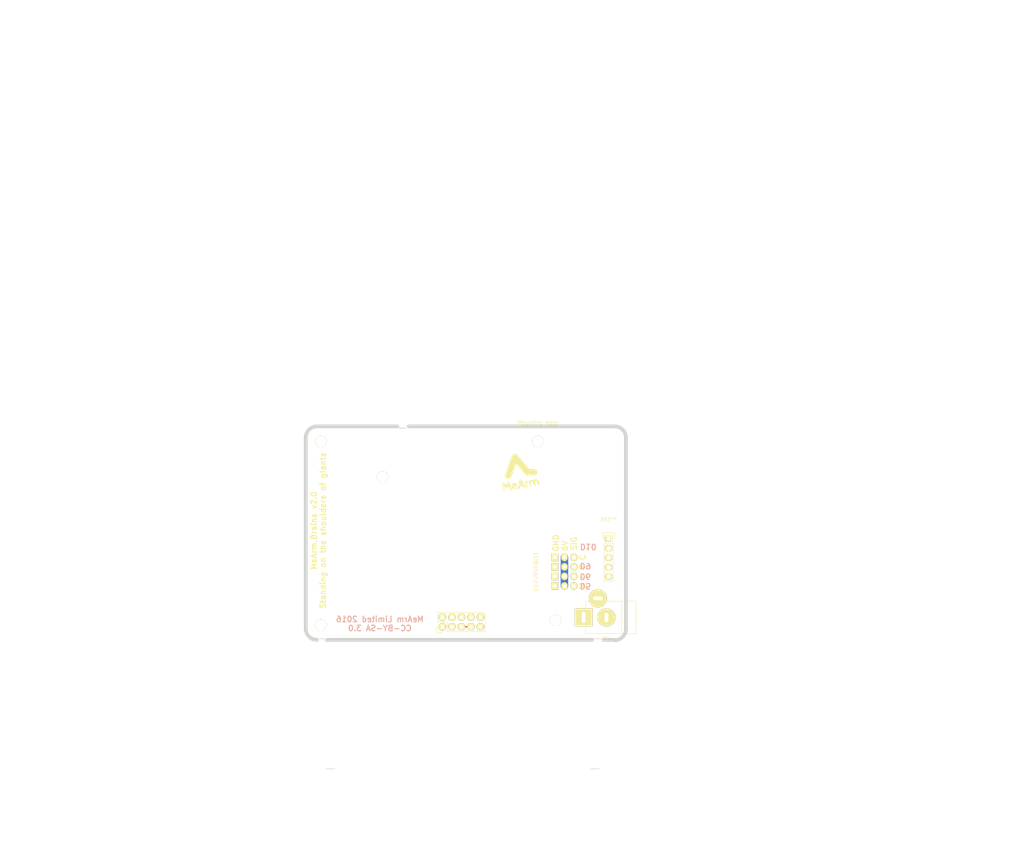
<source format=kicad_pcb>
(kicad_pcb (version 4) (host pcbnew "(2015-01-16 BZR 5376)-product")

  (general
    (links 12)
    (no_connects 8)
    (area 11.500001 -41.798043 285.160877 185.700001)
    (thickness 1.6)
    (drawings 58)
    (tracks 11)
    (zones 0)
    (modules 38)
    (nets 14)
  )

  (page A4)
  (layers
    (0 F.Cu signal)
    (1 In1.Cu signal)
    (2 In2.Cu signal)
    (31 B.Cu signal)
    (32 B.Adhes user)
    (33 F.Adhes user)
    (34 B.Paste user)
    (35 F.Paste user)
    (36 B.SilkS user)
    (37 F.SilkS user)
    (38 B.Mask user)
    (39 F.Mask user)
    (40 Dwgs.User user)
    (41 Cmts.User user)
    (42 Eco1.User user)
    (43 Eco2.User user)
    (44 Edge.Cuts user)
    (45 Margin user)
    (46 B.CrtYd user)
    (47 F.CrtYd user)
    (48 B.Fab user)
    (49 F.Fab user)
  )

  (setup
    (last_trace_width 0.254)
    (user_trace_width 0.1524)
    (user_trace_width 1.1)
    (user_trace_width 2)
    (user_trace_width 2)
    (user_trace_width 2)
    (user_trace_width 2)
    (trace_clearance 0.254)
    (zone_clearance 0.508)
    (zone_45_only no)
    (trace_min 0.1524)
    (segment_width 0.2)
    (edge_width 1)
    (via_size 0.889)
    (via_drill 0.635)
    (via_min_size 0.889)
    (via_min_drill 0.508)
    (uvia_size 0.508)
    (uvia_drill 0.127)
    (uvias_allowed no)
    (uvia_min_size 0.508)
    (uvia_min_drill 0.127)
    (pcb_text_width 0.3)
    (pcb_text_size 1.5 1.5)
    (mod_edge_width 0.15)
    (mod_text_size 1 1)
    (mod_text_width 0.15)
    (pad_size 2 2)
    (pad_drill 1.016)
    (pad_to_mask_clearance 0)
    (aux_axis_origin 0 0)
    (visible_elements 7FFFFFFF)
    (pcbplotparams
      (layerselection 0x010f0_80000001)
      (usegerberextensions true)
      (excludeedgelayer true)
      (linewidth 0.100000)
      (plotframeref false)
      (viasonmask false)
      (mode 1)
      (useauxorigin false)
      (hpglpennumber 1)
      (hpglpenspeed 20)
      (hpglpendiameter 15)
      (hpglpenoverlay 2)
      (psnegative false)
      (psa4output false)
      (plotreference false)
      (plotvalue false)
      (plotinvisibletext false)
      (padsonsilk false)
      (subtractmaskfromsilk true)
      (outputformat 1)
      (mirror false)
      (drillshape 0)
      (scaleselection 1)
      (outputdirectory TwoSnap))
  )

  (net 0 "")
  (net 1 GND)
  (net 2 +6V)
  (net 3 I2C_SDA)
  (net 4 I2C_SCLK)
  (net 5 RIGHT)
  (net 6 LEFT)
  (net 7 WAIST)
  (net 8 CLAW)
  (net 9 A0)
  (net 10 A1)
  (net 11 A2)
  (net 12 A3)
  (net 13 5V)

  (net_class Default "This is the default net class."
    (clearance 0.254)
    (trace_width 0.254)
    (via_dia 0.889)
    (via_drill 0.635)
    (uvia_dia 0.508)
    (uvia_drill 0.127)
    (add_net +6V)
    (add_net 5V)
    (add_net A0)
    (add_net A1)
    (add_net A2)
    (add_net A3)
    (add_net CLAW)
    (add_net GND)
    (add_net I2C_SCLK)
    (add_net I2C_SDA)
    (add_net LEFT)
    (add_net RIGHT)
    (add_net WAIST)
  )

  (module Brains:Mounting_Hole (layer F.Cu) (tedit 56FCF941) (tstamp 575ED777)
    (at 114 85.5)
    (fp_text reference "" (at 0 -5) (layer F.SilkS)
      (effects (font (size 1 1) (thickness 0.15)))
    )
    (fp_text value "" (at 4.5 0) (layer F.SilkS)
      (effects (font (size 1 1) (thickness 0.15)))
    )
    (pad "" thru_hole circle (at 0 0) (size 3 3) (drill 3) (layers *.Cu *.Mask F.SilkS))
  )

  (module Pin_Headers:Pin_Header_Straight_1x03 (layer F.Cu) (tedit 56FBF827) (tstamp 55115DB5)
    (at 160.046 106.965 90)
    (descr "Through hole pin header")
    (tags "pin header")
    (path /550C0186)
    (fp_text reference U11 (at 0 -5.1 90) (layer F.SilkS)
      (effects (font (size 1 1) (thickness 0.15)))
    )
    (fp_text value Servo (at 0 -3.1 90) (layer F.Fab)
      (effects (font (size 1 1) (thickness 0.15)))
    )
    (fp_line (start -1.75 -1.75) (end -1.75 6.85) (layer F.CrtYd) (width 0.05))
    (fp_line (start 1.75 -1.75) (end 1.75 6.85) (layer F.CrtYd) (width 0.05))
    (fp_line (start -1.75 -1.75) (end 1.75 -1.75) (layer F.CrtYd) (width 0.05))
    (fp_line (start -1.75 6.85) (end 1.75 6.85) (layer F.CrtYd) (width 0.05))
    (pad 1 thru_hole rect (at 0 0 90) (size 2.032 1.7272) (drill 1.016) (layers *.Cu *.Mask F.SilkS)
      (net 1 GND))
    (pad 2 thru_hole oval (at 0 2.54 90) (size 2.032 1.7272) (drill 1.016) (layers *.Cu *.Mask F.SilkS)
      (net 2 +6V))
    (pad 3 thru_hole oval (at 0 5.08 90) (size 2.032 1.7272) (drill 1.016) (layers *.Cu *.Mask F.SilkS)
      (net 5 RIGHT))
    (model Pin_Headers.3dshapes/Pin_Header_Straight_1x03.wrl
      (at (xyz 0 -0.1 0))
      (scale (xyz 1 1 1))
      (rotate (xyz 0 0 90))
    )
  )

  (module Pin_Headers:Pin_Header_Straight_1x03 (layer F.Cu) (tedit 56FBF813) (tstamp 55115DA3)
    (at 160.046 109.505 90)
    (descr "Through hole pin header")
    (tags "pin header")
    (path /550C01D9)
    (fp_text reference U10 (at 0 -5.1 90) (layer F.SilkS)
      (effects (font (size 1 1) (thickness 0.15)))
    )
    (fp_text value Servo (at 0 -3.1 90) (layer F.Fab)
      (effects (font (size 1 1) (thickness 0.15)))
    )
    (fp_line (start -1.75 -1.75) (end -1.75 6.85) (layer F.CrtYd) (width 0.05))
    (fp_line (start 1.75 -1.75) (end 1.75 6.85) (layer F.CrtYd) (width 0.05))
    (fp_line (start -1.75 -1.75) (end 1.75 -1.75) (layer F.CrtYd) (width 0.05))
    (fp_line (start -1.75 6.85) (end 1.75 6.85) (layer F.CrtYd) (width 0.05))
    (pad 1 thru_hole rect (at 0 0 90) (size 2.032 1.7272) (drill 1.016) (layers *.Cu *.Mask F.SilkS)
      (net 1 GND))
    (pad 2 thru_hole oval (at 0 2.54 90) (size 2.032 1.7272) (drill 1.016) (layers *.Cu *.Mask F.SilkS)
      (net 2 +6V))
    (pad 3 thru_hole oval (at 0 5.08 90) (size 2.032 1.7272) (drill 1.016) (layers *.Cu *.Mask F.SilkS)
      (net 6 LEFT))
    (model Pin_Headers.3dshapes/Pin_Header_Straight_1x03.wrl
      (at (xyz 0 -0.1 0))
      (scale (xyz 1 1 1))
      (rotate (xyz 0 0 90))
    )
  )

  (module Pin_Headers:Pin_Header_Straight_1x03 (layer F.Cu) (tedit 56FBF7EF) (tstamp 56EFFC93)
    (at 160.046 112.045 90)
    (descr "Through hole pin header")
    (tags "pin header")
    (path /550C0236)
    (fp_text reference U9 (at 0 -5.1 90) (layer F.SilkS)
      (effects (font (size 1 1) (thickness 0.15)))
    )
    (fp_text value Servo (at 0 -3.1 90) (layer F.Fab)
      (effects (font (size 1 1) (thickness 0.15)))
    )
    (fp_line (start -1.75 -1.75) (end -1.75 6.85) (layer F.CrtYd) (width 0.05))
    (fp_line (start 1.75 -1.75) (end 1.75 6.85) (layer F.CrtYd) (width 0.05))
    (fp_line (start -1.75 -1.75) (end 1.75 -1.75) (layer F.CrtYd) (width 0.05))
    (fp_line (start -1.75 6.85) (end 1.75 6.85) (layer F.CrtYd) (width 0.05))
    (pad 1 thru_hole rect (at 0 0 90) (size 2.032 1.7272) (drill 1.016) (layers *.Cu *.Mask F.SilkS)
      (net 1 GND))
    (pad 2 thru_hole oval (at 0 2.54 90) (size 2.032 1.7272) (drill 1.016) (layers *.Cu *.Mask F.SilkS)
      (net 2 +6V))
    (pad 3 thru_hole oval (at 0 5.08 90) (size 2.032 1.7272) (drill 1.016) (layers *.Cu *.Mask F.SilkS)
      (net 7 WAIST))
    (model Pin_Headers.3dshapes/Pin_Header_Straight_1x03.wrl
      (at (xyz 0 -0.1 0))
      (scale (xyz 1 1 1))
      (rotate (xyz 0 0 90))
    )
  )

  (module Pin_Headers:Pin_Header_Straight_1x03 (layer F.Cu) (tedit 56FBF7CE) (tstamp 553FA077)
    (at 160.035 114.605 90)
    (descr "Through hole pin header")
    (tags "pin header")
    (path /550C0141)
    (fp_text reference U12 (at 0 -5.1 90) (layer F.SilkS)
      (effects (font (size 1 1) (thickness 0.15)))
    )
    (fp_text value Servo (at 0 -3.1 90) (layer F.Fab)
      (effects (font (size 1 1) (thickness 0.15)))
    )
    (fp_line (start -1.75 -1.75) (end -1.75 6.85) (layer F.CrtYd) (width 0.05))
    (fp_line (start 1.75 -1.75) (end 1.75 6.85) (layer F.CrtYd) (width 0.05))
    (fp_line (start -1.75 -1.75) (end 1.75 -1.75) (layer F.CrtYd) (width 0.05))
    (fp_line (start -1.75 6.85) (end 1.75 6.85) (layer F.CrtYd) (width 0.05))
    (pad 1 thru_hole rect (at 0 0 90) (size 2.032 1.7272) (drill 1.016) (layers *.Cu *.Mask F.SilkS)
      (net 1 GND))
    (pad 2 thru_hole oval (at 0 2.54 90) (size 2.032 1.7272) (drill 1.016) (layers *.Cu *.Mask F.SilkS)
      (net 2 +6V))
    (pad 3 thru_hole oval (at 0 5.08 90) (size 2.032 1.7272) (drill 1.016) (layers *.Cu *.Mask F.SilkS)
      (net 8 CLAW))
    (model Pin_Headers.3dshapes/Pin_Header_Straight_1x03.wrl
      (at (xyz 0 -0.1 0))
      (scale (xyz 1 1 1))
      (rotate (xyz 0 0 90))
    )
  )

  (module Brains:TinyDrillHole (layer F.Cu) (tedit 5579B018) (tstamp 5579B5B3)
    (at 98.933 128.651)
    (fp_text reference "" (at 0 0) (layer F.SilkS)
      (effects (font (size 1 1) (thickness 0.15)))
    )
    (fp_text value "" (at 0 0 90) (layer F.SilkS)
      (effects (font (size 1 1) (thickness 0.15)))
    )
    (pad 2 thru_hole circle (at 0 0) (size 0.3 0.3) (drill 0.3) (layers *.Cu *.Mask F.SilkS))
  )

  (module Brains:TinyDrillHole (layer F.Cu) (tedit 5579B018) (tstamp 5579B5AF)
    (at 98.552 128.651)
    (fp_text reference "" (at 0 0) (layer F.SilkS)
      (effects (font (size 1 1) (thickness 0.15)))
    )
    (fp_text value "" (at 0 0 90) (layer F.SilkS)
      (effects (font (size 1 1) (thickness 0.15)))
    )
    (pad 2 thru_hole circle (at 0 0) (size 0.3 0.3) (drill 0.3) (layers *.Cu *.Mask F.SilkS))
  )

  (module Brains:TinyDrillHole (layer F.Cu) (tedit 5579B018) (tstamp 5579B5AB)
    (at 98.171 128.651)
    (fp_text reference "" (at 0 0) (layer F.SilkS)
      (effects (font (size 1 1) (thickness 0.15)))
    )
    (fp_text value "" (at 0 0 90) (layer F.SilkS)
      (effects (font (size 1 1) (thickness 0.15)))
    )
    (pad 2 thru_hole circle (at 0 0) (size 0.3 0.3) (drill 0.3) (layers *.Cu *.Mask F.SilkS))
  )

  (module Brains:TinyDrillHole (layer F.Cu) (tedit 5579B018) (tstamp 5579B5A7)
    (at 97.79 128.651)
    (fp_text reference "" (at 0 0) (layer F.SilkS)
      (effects (font (size 1 1) (thickness 0.15)))
    )
    (fp_text value "" (at 0 0 90) (layer F.SilkS)
      (effects (font (size 1 1) (thickness 0.15)))
    )
    (pad 2 thru_hole circle (at 0 0) (size 0.3 0.3) (drill 0.3) (layers *.Cu *.Mask F.SilkS))
  )

  (module TinyDrillHole (layer F.Cu) (tedit 5579B018) (tstamp 5579B5A3)
    (at 97.409 128.651)
    (fp_text reference "" (at 0 0) (layer F.SilkS)
      (effects (font (size 1 1) (thickness 0.15)))
    )
    (fp_text value "" (at 0 0 90) (layer F.SilkS)
      (effects (font (size 1 1) (thickness 0.15)))
    )
    (pad 2 thru_hole circle (at 0 0) (size 0.3 0.3) (drill 0.3) (layers *.Cu *.Mask F.SilkS))
  )

  (module Brains:TinyDrillHole (layer F.Cu) (tedit 5579B018) (tstamp 5579B58B)
    (at 172.339 128.651)
    (fp_text reference "" (at 0 0) (layer F.SilkS)
      (effects (font (size 1 1) (thickness 0.15)))
    )
    (fp_text value "" (at 0 0 90) (layer F.SilkS)
      (effects (font (size 1 1) (thickness 0.15)))
    )
    (pad 2 thru_hole circle (at 0 0) (size 0.3 0.3) (drill 0.3) (layers *.Cu *.Mask F.SilkS))
  )

  (module Brains:TinyDrillHole (layer F.Cu) (tedit 5579B018) (tstamp 5579B587)
    (at 171.958 128.651)
    (fp_text reference "" (at 0 0) (layer F.SilkS)
      (effects (font (size 1 1) (thickness 0.15)))
    )
    (fp_text value "" (at 0 0 90) (layer F.SilkS)
      (effects (font (size 1 1) (thickness 0.15)))
    )
    (pad 2 thru_hole circle (at 0 0) (size 0.3 0.3) (drill 0.3) (layers *.Cu *.Mask F.SilkS))
  )

  (module Brains:TinyDrillHole (layer F.Cu) (tedit 5579B018) (tstamp 5579B583)
    (at 171.577 128.651)
    (fp_text reference "" (at 0 0) (layer F.SilkS)
      (effects (font (size 1 1) (thickness 0.15)))
    )
    (fp_text value "" (at 0 0 90) (layer F.SilkS)
      (effects (font (size 1 1) (thickness 0.15)))
    )
    (pad 2 thru_hole circle (at 0 0) (size 0.3 0.3) (drill 0.3) (layers *.Cu *.Mask F.SilkS))
  )

  (module Brains:TinyDrillHole (layer F.Cu) (tedit 5579B018) (tstamp 5579B57F)
    (at 171.196 128.651)
    (fp_text reference "" (at 0 0) (layer F.SilkS)
      (effects (font (size 1 1) (thickness 0.15)))
    )
    (fp_text value "" (at 0 0 90) (layer F.SilkS)
      (effects (font (size 1 1) (thickness 0.15)))
    )
    (pad 2 thru_hole circle (at 0 0) (size 0.3 0.3) (drill 0.3) (layers *.Cu *.Mask F.SilkS))
  )

  (module TinyDrillHole (layer F.Cu) (tedit 5579B018) (tstamp 5579B57B)
    (at 170.815 128.651)
    (fp_text reference "" (at 0 0) (layer F.SilkS)
      (effects (font (size 1 1) (thickness 0.15)))
    )
    (fp_text value "" (at 0 0 90) (layer F.SilkS)
      (effects (font (size 1 1) (thickness 0.15)))
    )
    (pad 2 thru_hole circle (at 0 0) (size 0.3 0.3) (drill 0.3) (layers *.Cu *.Mask F.SilkS))
  )

  (module TinyDrillHole (layer F.Cu) (tedit 5579B018) (tstamp 55798979)
    (at 118.618 72.517)
    (fp_text reference "" (at 0 0) (layer F.SilkS)
      (effects (font (size 1 1) (thickness 0.15)))
    )
    (fp_text value "" (at 0 0 90) (layer F.SilkS)
      (effects (font (size 1 1) (thickness 0.15)))
    )
    (pad 2 thru_hole circle (at 0 0) (size 0.3 0.3) (drill 0.3) (layers *.Cu *.Mask F.SilkS))
  )

  (module Pin_Headers:Pin_Header_Straight_2x05 (layer F.Cu) (tedit 575EDAE9) (tstamp 55115D44)
    (at 130 125.5 90)
    (descr "Through hole pin header")
    (tags "pin header")
    (path /550C095A)
    (fp_text reference "" (at 0 -5.1 90) (layer F.SilkS)
      (effects (font (size 1 1) (thickness 0.15)))
    )
    (fp_text value JoyConnectISP (at 1 -10.5 360) (layer F.Fab)
      (effects (font (size 1 1) (thickness 0.15)))
    )
    (fp_line (start -1.75 -1.75) (end -1.75 11.95) (layer F.CrtYd) (width 0.05))
    (fp_line (start 4.3 -1.75) (end 4.3 11.95) (layer F.CrtYd) (width 0.05))
    (fp_line (start -1.75 -1.75) (end 4.3 -1.75) (layer F.CrtYd) (width 0.05))
    (fp_line (start -1.75 11.95) (end 4.3 11.95) (layer F.CrtYd) (width 0.05))
    (fp_line (start 3.81 -1.27) (end 3.81 11.43) (layer F.SilkS) (width 0.15))
    (fp_line (start 3.81 11.43) (end -1.27 11.43) (layer F.SilkS) (width 0.15))
    (fp_line (start -1.27 11.43) (end -1.27 1.27) (layer F.SilkS) (width 0.15))
    (fp_line (start 3.81 -1.27) (end 1.27 -1.27) (layer F.SilkS) (width 0.15))
    (fp_line (start 0 -1.55) (end -1.55 -1.55) (layer F.SilkS) (width 0.15))
    (fp_line (start 1.27 -1.27) (end 1.27 1.27) (layer F.SilkS) (width 0.15))
    (fp_line (start 1.27 1.27) (end -1.27 1.27) (layer F.SilkS) (width 0.15))
    (fp_line (start -1.55 -1.55) (end -1.55 0) (layer F.SilkS) (width 0.15))
    (pad 1 thru_hole circle (at 0 0 90) (size 2 2) (drill 1.016) (layers *.Cu *.Mask F.SilkS)
      (net 3 I2C_SDA))
    (pad 2 thru_hole circle (at 2.54 0 90) (size 2 2) (drill 1.016) (layers *.Cu *.Mask F.SilkS)
      (net 13 5V))
    (pad 3 thru_hole circle (at 0 2.54 90) (size 2 2) (drill 1.016) (layers *.Cu *.Mask F.SilkS)
      (net 9 A0))
    (pad 4 thru_hole circle (at 2.54 2.54 90) (size 2 2) (drill 1.016) (layers *.Cu *.Mask F.SilkS)
      (net 12 A3))
    (pad 5 thru_hole circle (at 0 5.08 90) (size 2 2) (drill 1.016) (layers *.Cu *.Mask F.SilkS)
      (net 1 GND))
    (pad 6 thru_hole circle (at 2.54 5.08 90) (size 2 2) (drill 1.016) (layers *.Cu *.Mask F.SilkS)
      (net 11 A2))
    (pad 7 thru_hole circle (at 0 7.62 90) (size 2 2) (drill 1.016) (layers *.Cu *.Mask F.SilkS)
      (net 1 GND))
    (pad 8 thru_hole circle (at 2.54 7.62 90) (size 2 2) (drill 1.016) (layers *.Cu *.Mask F.SilkS)
      (net 10 A1))
    (pad 9 thru_hole circle (at 0 10.16 90) (size 2 2) (drill 1.016) (layers *.Cu *.Mask F.SilkS)
      (net 4 I2C_SCLK))
    (pad 10 thru_hole circle (at 2.54 10.16 90) (size 2 2) (drill 1.016) (layers *.Cu *.Mask F.SilkS)
      (net 1 GND))
    (model Pin_Headers.3dshapes/Pin_Header_Straight_2x05.wrl
      (at (xyz 0.05 -0.2 0))
      (scale (xyz 1 1 1))
      (rotate (xyz 0 0 90))
    )
  )

  (module Connect:JACK_ALIM (layer F.Cu) (tedit 56FCF18C) (tstamp 55115D4B)
    (at 173.8 123 180)
    (descr "module 1 pin (ou trou mecanique de percage)")
    (tags "CONN JACK")
    (path /550C0A0B)
    (fp_text reference U5 (at 0.254 -5.588 180) (layer F.SilkS)
      (effects (font (size 1 1) (thickness 0.15)))
    )
    (fp_text value JACK_2MM1 (at -5.08 5.588 360) (layer F.Fab)
      (effects (font (size 1 1) (thickness 0.15)))
    )
    (fp_line (start -7.112 -4.318) (end -7.874 -4.318) (layer F.SilkS) (width 0.15))
    (fp_line (start -7.874 -4.318) (end -7.874 4.318) (layer F.SilkS) (width 0.15))
    (fp_line (start -7.874 4.318) (end -7.112 4.318) (layer F.SilkS) (width 0.15))
    (fp_line (start -4.064 -4.318) (end -4.064 4.318) (layer F.SilkS) (width 0.15))
    (fp_line (start 5.588 -4.318) (end 5.588 4.318) (layer F.SilkS) (width 0.15))
    (fp_line (start -7.112 4.318) (end 5.588 4.318) (layer F.SilkS) (width 0.15))
    (fp_line (start -7.112 -4.318) (end 5.588 -4.318) (layer F.SilkS) (width 0.15))
    (pad 2 thru_hole circle (at 0 0 180) (size 4.8006 4.8006) (drill oval 1.016 2.54) (layers *.Cu *.Mask F.SilkS)
      (net 1 GND))
    (pad 1 thru_hole rect (at 6.096 0 180) (size 4.8006 4.8006) (drill oval 1.016 3) (layers *.Cu *.Mask F.SilkS)
      (net 2 +6V))
    (pad 3 thru_hole circle (at 2.286 5.08 180) (size 4.8006 4.8006) (drill oval 2.54 1.016) (layers *.Cu *.Mask F.SilkS)
      (net 1 GND))
    (model Connect.3dshapes/JACK_ALIM.wrl
      (at (xyz 0 0 0))
      (scale (xyz 0.8 0.8 0.8))
      (rotate (xyz 0 0 0))
    )
  )

  (module Brains:Mounting_Hole (layer F.Cu) (tedit 56FCF941) (tstamp 56E7EE9B)
    (at 97.5 76)
    (fp_text reference "" (at 0 -5) (layer F.SilkS)
      (effects (font (size 1 1) (thickness 0.15)))
    )
    (fp_text value "" (at 4.5 0) (layer F.SilkS)
      (effects (font (size 1 1) (thickness 0.15)))
    )
    (pad "" thru_hole circle (at 0 0) (size 3 3) (drill 3) (layers *.Cu *.Mask F.SilkS))
  )

  (module Brains:Mounting_Hole (layer F.Cu) (tedit 56FCF94F) (tstamp 56E7EE95)
    (at 155.5 76)
    (fp_text reference Mounting_Hole (at 0 -5) (layer F.SilkS)
      (effects (font (size 1 1) (thickness 0.15)))
    )
    (fp_text value "" (at 0 5) (layer F.SilkS)
      (effects (font (size 1 1) (thickness 0.15)))
    )
    (pad "" thru_hole circle (at 0 0) (size 3 3) (drill 3) (layers *.Cu *.Mask F.SilkS))
  )

  (module Brains:Mounting_Hole (layer F.Cu) (tedit 56FCF95B) (tstamp 553FB07A)
    (at 97.5 125)
    (fp_text reference "" (at 0 -5) (layer F.SilkS)
      (effects (font (size 1 1) (thickness 0.15)))
    )
    (fp_text value "" (at 0 5) (layer F.SilkS)
      (effects (font (size 1 1) (thickness 0.15)))
    )
    (pad "" thru_hole circle (at 0 0) (size 3 3) (drill 3) (layers *.Cu *.Mask F.SilkS))
  )

  (module Brains:Mounting_Hole (layer F.Cu) (tedit 56FCFB72) (tstamp 553FB083)
    (at 160.2 123.8)
    (fp_text reference "" (at 0 -5) (layer F.SilkS)
      (effects (font (size 1 1) (thickness 0.15)))
    )
    (fp_text value "" (at 0 5) (layer F.SilkS)
      (effects (font (size 1 1) (thickness 0.15)))
    )
    (pad "" thru_hole circle (at 0 0) (size 3 3) (drill 3) (layers *.Cu *.Mask F.SilkS))
  )

  (module Brains:TinyDrillHole (layer F.Cu) (tedit 5579B018) (tstamp 5579B55B)
    (at 118.999 72.517)
    (fp_text reference "" (at 0 0) (layer F.SilkS)
      (effects (font (size 1 1) (thickness 0.15)))
    )
    (fp_text value "" (at 0 0 90) (layer F.SilkS)
      (effects (font (size 1 1) (thickness 0.15)))
    )
    (pad 2 thru_hole circle (at 0 0) (size 0.3 0.3) (drill 0.3) (layers *.Cu *.Mask F.SilkS))
  )

  (module Brains:TinyDrillHole (layer F.Cu) (tedit 5579B018) (tstamp 5579B564)
    (at 119.38 72.517)
    (fp_text reference "" (at 0 0) (layer F.SilkS)
      (effects (font (size 1 1) (thickness 0.15)))
    )
    (fp_text value "" (at 0 0 90) (layer F.SilkS)
      (effects (font (size 1 1) (thickness 0.15)))
    )
    (pad 2 thru_hole circle (at 0 0) (size 0.3 0.3) (drill 0.3) (layers *.Cu *.Mask F.SilkS))
  )

  (module Brains:TinyDrillHole (layer F.Cu) (tedit 5579B018) (tstamp 5579B56D)
    (at 119.761 72.517)
    (fp_text reference "" (at 0 0) (layer F.SilkS)
      (effects (font (size 1 1) (thickness 0.15)))
    )
    (fp_text value "" (at 0 0 90) (layer F.SilkS)
      (effects (font (size 1 1) (thickness 0.15)))
    )
    (pad 2 thru_hole circle (at 0 0) (size 0.3 0.3) (drill 0.3) (layers *.Cu *.Mask F.SilkS))
  )

  (module Brains:TinyDrillHole (layer F.Cu) (tedit 5579B018) (tstamp 5579B576)
    (at 120.142 72.517)
    (fp_text reference "" (at 0 0) (layer F.SilkS)
      (effects (font (size 1 1) (thickness 0.15)))
    )
    (fp_text value "" (at 0 0 90) (layer F.SilkS)
      (effects (font (size 1 1) (thickness 0.15)))
    )
    (pad 2 thru_hole circle (at 0 0) (size 0.3 0.3) (drill 0.3) (layers *.Cu *.Mask F.SilkS))
  )

  (module brains:MeArmLogo10mm (layer F.Cu) (tedit 55796C0A) (tstamp 56FD0207)
    (at 150.9 84.3)
    (fp_text reference G*** (at 0 0) (layer F.SilkS) hide
      (effects (font (thickness 0.3)))
    )
    (fp_text value LOGO (at 0.75 0) (layer F.SilkS) hide
      (effects (font (thickness 0.3)))
    )
    (fp_poly (pts (xy -2.40565 4.5085) (xy -2.408977 4.620311) (xy -2.539553 4.656127) (xy -2.573042 4.656667)
      (xy -2.687407 4.640694) (xy -2.772455 4.57016) (xy -2.849994 4.41114) (xy -2.941832 4.129711)
      (xy -2.967643 4.042833) (xy -3.063413 3.737471) (xy -3.149872 3.496137) (xy -3.210274 3.365038)
      (xy -3.215899 3.357896) (xy -3.275343 3.391073) (xy -3.359838 3.550167) (xy -3.430077 3.738896)
      (xy -3.520568 3.998891) (xy -3.598418 4.190305) (xy -3.633877 4.254236) (xy -3.709289 4.225198)
      (xy -3.85156 4.087973) (xy -4.025636 3.877654) (xy -4.20497 3.648128) (xy -4.309107 3.540421)
      (xy -4.36204 3.539109) (xy -4.387761 3.62877) (xy -4.38995 3.643463) (xy -4.400579 3.833606)
      (xy -4.39897 4.12584) (xy -4.387182 4.422212) (xy -4.373778 4.725713) (xy -4.383138 4.897555)
      (xy -4.424913 4.974905) (xy -4.508754 4.994928) (xy -4.536004 4.995333) (xy -4.638503 4.975761)
      (xy -4.702103 4.891684) (xy -4.744027 4.705059) (xy -4.771605 4.474913) (xy -4.800323 4.105683)
      (xy -4.820035 3.671573) (xy -4.826 3.331913) (xy -4.821577 3.010457) (xy -4.802161 2.82306)
      (xy -4.758537 2.734549) (xy -4.681485 2.709746) (xy -4.662852 2.709333) (xy -4.518033 2.776386)
      (xy -4.321566 2.956577) (xy -4.176019 3.12906) (xy -3.998896 3.348433) (xy -3.860024 3.501665)
      (xy -3.795736 3.552393) (xy -3.742923 3.480332) (xy -3.658092 3.287657) (xy -3.559288 3.015521)
      (xy -3.556 3.005667) (xy -3.439603 2.693574) (xy -3.338857 2.519926) (xy -3.236538 2.457052)
      (xy -3.213434 2.455333) (xy -3.160438 2.463208) (xy -3.110172 2.499134) (xy -3.055376 2.581562)
      (xy -2.98879 2.728943) (xy -2.903157 2.959729) (xy -2.791215 3.29237) (xy -2.645706 3.745319)
      (xy -2.459371 4.337026) (xy -2.40565 4.5085) (xy -2.40565 4.5085)) (layer F.SilkS) (width 0.1))
    (fp_poly (pts (xy -0.846666 4.126018) (xy -0.922216 4.283175) (xy -1.116315 4.402902) (xy -1.380139 4.473454)
      (xy -1.664862 4.483085) (xy -1.921661 4.420051) (xy -1.968502 4.395884) (xy -2.138434 4.227675)
      (xy -2.285077 3.97145) (xy -2.365722 3.70741) (xy -2.370666 3.640667) (xy -2.297538 3.316307)
      (xy -2.104705 3.054207) (xy -1.831995 2.883394) (xy -1.519237 2.832894) (xy -1.320713 2.875481)
      (xy -1.162343 2.98962) (xy -1.013847 3.178001) (xy -0.910538 3.382408) (xy -0.887731 3.544627)
      (xy -0.89854 3.571436) (xy -1.013374 3.632758) (xy -1.229193 3.67761) (xy -1.477946 3.69953)
      (xy -1.691579 3.692058) (xy -1.795891 3.656642) (xy -1.806667 3.579686) (xy -1.662991 3.51044)
      (xy -1.599026 3.492525) (xy -1.38606 3.408108) (xy -1.340533 3.306561) (xy -1.461107 3.184458)
      (xy -1.475128 3.175433) (xy -1.650744 3.136593) (xy -1.797322 3.225576) (xy -1.898231 3.401325)
      (xy -1.936838 3.622787) (xy -1.896511 3.848905) (xy -1.806838 3.994245) (xy -1.589279 4.11467)
      (xy -1.285056 4.115337) (xy -0.994833 4.02551) (xy -0.876731 4.011944) (xy -0.846666 4.126018)
      (xy -0.846666 4.126018)) (layer F.SilkS) (width 0.1))
    (fp_poly (pts (xy 0.07766 2.087345) (xy 0.049987 2.38402) (xy -0.018249 2.817652) (xy -0.128263 3.398792)
      (xy -0.203397 3.767667) (xy -0.273041 4.056952) (xy -0.344622 4.217664) (xy -0.440304 4.289353)
      (xy -0.504063 4.304166) (xy -0.644367 4.301152) (xy -0.66627 4.201239) (xy -0.652903 4.134832)
      (xy -0.621155 3.97214) (xy -0.571401 3.685834) (xy -0.511074 3.319712) (xy -0.461269 3.005667)
      (xy -0.374125 2.51866) (xy -0.28439 2.181222) (xy -0.183848 1.973679) (xy -0.064281 1.87636)
      (xy 0.016182 1.862667) (xy 0.065986 1.917078) (xy 0.07766 2.087345) (xy 0.07766 2.087345)) (layer F.SilkS) (width 0.1))
    (fp_poly (pts (xy 1.17687 3.919016) (xy 1.159684 3.996977) (xy 1.000308 4.056111) (xy 0.867149 3.986107)
      (xy 0.739506 3.800291) (xy 0.619529 3.626003) (xy 0.487526 3.570984) (xy 0.295006 3.592996)
      (xy 0.098447 3.618882) (xy 0.016649 3.577106) (xy 0.000012 3.440739) (xy 0 3.432836)
      (xy 0.038193 3.264939) (xy 0.169334 3.217333) (xy 0.297547 3.204409) (xy 0.327084 3.139053)
      (xy 0.264 2.981395) (xy 0.218713 2.892293) (xy 0.139023 2.557866) (xy 0.158035 2.370506)
      (xy 0.21731 2.080683) (xy 0.739173 3.006615) (xy 0.972791 3.435222) (xy 1.116989 3.73535)
      (xy 1.17687 3.919016) (xy 1.17687 3.919016)) (layer F.SilkS) (width 0.1))
    (fp_poly (pts (xy 2.032 2.370667) (xy 1.999051 2.508286) (xy 1.953381 2.54) (xy 1.834184 2.593864)
      (xy 1.753842 2.66092) (xy 1.691804 2.754206) (xy 1.674287 2.894653) (xy 1.700094 3.127232)
      (xy 1.73605 3.330629) (xy 1.788424 3.624374) (xy 1.802538 3.791769) (xy 1.772581 3.872656)
      (xy 1.692746 3.90688) (xy 1.650789 3.915429) (xy 1.55998 3.9208) (xy 1.494514 3.875644)
      (xy 1.440982 3.749964) (xy 1.385975 3.513763) (xy 1.324961 3.186542) (xy 1.260142 2.773393)
      (xy 1.245683 2.502774) (xy 1.286747 2.354023) (xy 1.388494 2.306479) (xy 1.538042 2.33371)
      (xy 1.685675 2.328314) (xy 1.733538 2.289444) (xy 1.856976 2.202957) (xy 1.981996 2.243011)
      (xy 2.032 2.370667) (xy 2.032 2.370667)) (layer F.SilkS) (width 0.1))
    (fp_poly (pts (xy 4.8959 3.200412) (xy 4.886124 3.332976) (xy 4.82717 3.381111) (xy 4.754984 3.386667)
      (xy 4.644967 3.366027) (xy 4.568634 3.28173) (xy 4.509939 3.100207) (xy 4.452837 2.787889)
      (xy 4.445062 2.738309) (xy 4.383822 2.476614) (xy 4.30023 2.267654) (xy 4.278819 2.233659)
      (xy 4.175792 2.134427) (xy 4.044897 2.141673) (xy 3.935918 2.186421) (xy 3.831618 2.239342)
      (xy 3.76735 2.30498) (xy 3.741118 2.414482) (xy 3.75093 2.598996) (xy 3.794792 2.889669)
      (xy 3.865396 3.288136) (xy 3.88831 3.47709) (xy 3.844645 3.546401) (xy 3.71699 3.542136)
      (xy 3.584893 3.492889) (xy 3.505743 3.362577) (xy 3.454506 3.132667) (xy 3.373152 2.718319)
      (xy 3.284326 2.455316) (xy 3.173982 2.325799) (xy 3.028075 2.311906) (xy 2.862192 2.379484)
      (xy 2.772924 2.45444) (xy 2.729049 2.579237) (xy 2.730047 2.783803) (xy 2.775398 3.098072)
      (xy 2.843586 3.450167) (xy 2.869027 3.637591) (xy 2.820271 3.712497) (xy 2.691216 3.725333)
      (xy 2.58995 3.714877) (xy 2.520488 3.66187) (xy 2.468864 3.533857) (xy 2.421108 3.298382)
      (xy 2.372381 2.9845) (xy 2.326712 2.649566) (xy 2.298195 2.383097) (xy 2.290818 2.225605)
      (xy 2.295248 2.201333) (xy 2.396687 2.166376) (xy 2.497667 2.159) (xy 2.694794 2.125068)
      (xy 2.776023 2.088532) (xy 2.928578 2.047238) (xy 3.160803 2.037796) (xy 3.199357 2.039912)
      (xy 3.492834 2.017623) (xy 3.794773 1.934228) (xy 3.827117 1.920436) (xy 4.152948 1.830382)
      (xy 4.415923 1.886528) (xy 4.620388 2.093142) (xy 4.770689 2.454496) (xy 4.866885 2.942167)
      (xy 4.8959 3.200412) (xy 4.8959 3.200412)) (layer F.SilkS) (width 0.1))
    (fp_poly (pts (xy 4.360334 -0.042333) (xy 4.340515 0.23197) (xy 4.261041 0.415387) (xy 4.122779 0.557664)
      (xy 4.015038 0.641847) (xy 3.900461 0.699085) (xy 3.745414 0.734548) (xy 3.516266 0.753405)
      (xy 3.179381 0.760824) (xy 2.793263 0.762) (xy 2.350364 0.754912) (xy 1.963465 0.735449)
      (xy 1.670149 0.706308) (xy 1.507996 0.670188) (xy 1.506817 0.669637) (xy 1.398428 0.579866)
      (xy 1.200912 0.378685) (xy 0.932202 0.085878) (xy 0.610236 -0.278774) (xy 0.252946 -0.695487)
      (xy 0.048871 -0.938512) (xy -0.308847 -1.365974) (xy -0.628745 -1.745001) (xy -0.895594 -2.057816)
      (xy -1.094168 -2.286644) (xy -1.209239 -2.413709) (xy -1.231927 -2.433649) (xy -1.264263 -2.351578)
      (xy -1.345443 -2.132765) (xy -1.467196 -1.799878) (xy -1.621249 -1.375585) (xy -1.799332 -0.882553)
      (xy -1.903673 -0.592667) (xy -2.136402 0.044985) (xy -2.325872 0.540113) (xy -2.480326 0.911505)
      (xy -2.608005 1.17795) (xy -2.717151 1.358236) (xy -2.804377 1.4605) (xy -3.111536 1.652648)
      (xy -3.448034 1.678236) (xy -3.723665 1.584583) (xy -3.958503 1.383074) (xy -4.112581 1.092564)
      (xy -4.147418 0.886087) (xy -4.11958 0.771316) (xy -4.041095 0.521302) (xy -3.920366 0.159505)
      (xy -3.765795 -0.290612) (xy -3.585782 -0.805589) (xy -3.38873 -1.361963) (xy -3.18304 -1.936274)
      (xy -2.977114 -2.50506) (xy -2.779354 -3.044861) (xy -2.59816 -3.532214) (xy -2.441935 -3.943658)
      (xy -2.319081 -4.255732) (xy -2.239353 -4.442131) (xy -2.025942 -4.719824) (xy -1.733575 -4.876041)
      (xy -1.407042 -4.900703) (xy -1.091135 -4.783734) (xy -1.005398 -4.719746) (xy -0.894019 -4.606276)
      (xy -0.69091 -4.381153) (xy -0.412344 -4.063144) (xy -0.074595 -3.671014) (xy 0.306065 -3.22353)
      (xy 0.713362 -2.739458) (xy 0.756263 -2.688167) (xy 2.295656 -0.846667) (xy 3.09044 -0.846667)
      (xy 3.47303 -0.842555) (xy 3.729239 -0.824564) (xy 3.901933 -0.784209) (xy 4.033979 -0.713004)
      (xy 4.122779 -0.642331) (xy 4.277235 -0.476464) (xy 4.346315 -0.284676) (xy 4.360334 -0.042333)
      (xy 4.360334 -0.042333)) (layer F.SilkS) (width 0.1))
  )

  (module brains:TinyDrillHole (layer F.Cu) (tedit 5579B018) (tstamp 55893BCF)
    (at 169.664 163.403)
    (fp_text reference "" (at 0 0) (layer F.SilkS)
      (effects (font (size 1 1) (thickness 0.15)))
    )
    (fp_text value "" (at 0 0 90) (layer F.SilkS)
      (effects (font (size 1 1) (thickness 0.15)))
    )
    (pad 2 thru_hole circle (at 0 0) (size 0.3 0.3) (drill 0.3) (layers *.Cu *.Mask F.SilkS))
  )

  (module brains:TinyDrillHole (layer F.Cu) (tedit 5579B018) (tstamp 55893BCB)
    (at 170.172 163.403)
    (fp_text reference "" (at 0 0) (layer F.SilkS)
      (effects (font (size 1 1) (thickness 0.15)))
    )
    (fp_text value "" (at 0 0 90) (layer F.SilkS)
      (effects (font (size 1 1) (thickness 0.15)))
    )
    (pad 2 thru_hole circle (at 0 0) (size 0.3 0.3) (drill 0.3) (layers *.Cu *.Mask F.SilkS))
  )

  (module brains:TinyDrillHole (layer F.Cu) (tedit 5579B018) (tstamp 55893BC7)
    (at 171.188 163.403)
    (fp_text reference "" (at 0 0) (layer F.SilkS)
      (effects (font (size 1 1) (thickness 0.15)))
    )
    (fp_text value "" (at 0 0 90) (layer F.SilkS)
      (effects (font (size 1 1) (thickness 0.15)))
    )
    (pad 2 thru_hole circle (at 0 0) (size 0.3 0.3) (drill 0.3) (layers *.Cu *.Mask F.SilkS))
  )

  (module brains:TinyDrillHole (layer F.Cu) (tedit 5579B018) (tstamp 55893BC3)
    (at 170.68 163.403)
    (fp_text reference "" (at 0 0) (layer F.SilkS)
      (effects (font (size 1 1) (thickness 0.15)))
    )
    (fp_text value "" (at 0 0 90) (layer F.SilkS)
      (effects (font (size 1 1) (thickness 0.15)))
    )
    (pad 2 thru_hole circle (at 0 0) (size 0.3 0.3) (drill 0.3) (layers *.Cu *.Mask F.SilkS))
  )

  (module brains:TinyDrillHole (layer F.Cu) (tedit 5579B018) (tstamp 55893BBF)
    (at 171.696 163.403)
    (fp_text reference "" (at 0 0) (layer F.SilkS)
      (effects (font (size 1 1) (thickness 0.15)))
    )
    (fp_text value "" (at 0 0 90) (layer F.SilkS)
      (effects (font (size 1 1) (thickness 0.15)))
    )
    (pad 2 thru_hole circle (at 0 0) (size 0.3 0.3) (drill 0.3) (layers *.Cu *.Mask F.SilkS))
  )

  (module brains:TinyDrillHole (layer F.Cu) (tedit 5579B018) (tstamp 55893BA7)
    (at 101.084 163.403)
    (fp_text reference "" (at 0 0) (layer F.SilkS)
      (effects (font (size 1 1) (thickness 0.15)))
    )
    (fp_text value "" (at 0 0 90) (layer F.SilkS)
      (effects (font (size 1 1) (thickness 0.15)))
    )
    (pad 2 thru_hole circle (at 0 0) (size 0.3 0.3) (drill 0.3) (layers *.Cu *.Mask F.SilkS))
  )

  (module brains:TinyDrillHole (layer F.Cu) (tedit 5579B018) (tstamp 55893BA3)
    (at 100.068 163.403)
    (fp_text reference "" (at 0 0) (layer F.SilkS)
      (effects (font (size 1 1) (thickness 0.15)))
    )
    (fp_text value "" (at 0 0 90) (layer F.SilkS)
      (effects (font (size 1 1) (thickness 0.15)))
    )
    (pad 2 thru_hole circle (at 0 0) (size 0.3 0.3) (drill 0.3) (layers *.Cu *.Mask F.SilkS))
  )

  (module brains:TinyDrillHole (layer F.Cu) (tedit 5579B018) (tstamp 55893B9F)
    (at 100.576 163.403)
    (fp_text reference "" (at 0 0) (layer F.SilkS)
      (effects (font (size 1 1) (thickness 0.15)))
    )
    (fp_text value "" (at 0 0 90) (layer F.SilkS)
      (effects (font (size 1 1) (thickness 0.15)))
    )
    (pad 2 thru_hole circle (at 0 0) (size 0.3 0.3) (drill 0.3) (layers *.Cu *.Mask F.SilkS))
  )

  (module brains:TinyDrillHole (layer F.Cu) (tedit 5579B018) (tstamp 55893B9B)
    (at 99.56 163.403)
    (fp_text reference "" (at 0 0) (layer F.SilkS)
      (effects (font (size 1 1) (thickness 0.15)))
    )
    (fp_text value "" (at 0 0 90) (layer F.SilkS)
      (effects (font (size 1 1) (thickness 0.15)))
    )
    (pad 2 thru_hole circle (at 0 0) (size 0.3 0.3) (drill 0.3) (layers *.Cu *.Mask F.SilkS))
  )

  (module brains:TinyDrillHole (layer F.Cu) (tedit 5579B018) (tstamp 55893B48)
    (at 99.052 163.403)
    (fp_text reference "" (at 0 0) (layer F.SilkS)
      (effects (font (size 1 1) (thickness 0.15)))
    )
    (fp_text value "" (at 0 0 90) (layer F.SilkS)
      (effects (font (size 1 1) (thickness 0.15)))
    )
    (pad 2 thru_hole circle (at 0 0) (size 0.3 0.3) (drill 0.3) (layers *.Cu *.Mask F.SilkS))
  )

  (module Pin_Headers:Pin_Header_Straight_1x05 (layer F.Cu) (tedit 54EA0684) (tstamp 575FD5AB)
    (at 174.4 102)
    (descr "Through hole pin header")
    (tags "pin header")
    (fp_text reference REF** (at 0 -5.1) (layer F.SilkS)
      (effects (font (size 1 1) (thickness 0.15)))
    )
    (fp_text value Pin_Header_Straight_1x05 (at 0 -3.1) (layer F.Fab)
      (effects (font (size 1 1) (thickness 0.15)))
    )
    (fp_line (start -1.55 0) (end -1.55 -1.55) (layer F.SilkS) (width 0.15))
    (fp_line (start -1.55 -1.55) (end 1.55 -1.55) (layer F.SilkS) (width 0.15))
    (fp_line (start 1.55 -1.55) (end 1.55 0) (layer F.SilkS) (width 0.15))
    (fp_line (start -1.75 -1.75) (end -1.75 11.95) (layer F.CrtYd) (width 0.05))
    (fp_line (start 1.75 -1.75) (end 1.75 11.95) (layer F.CrtYd) (width 0.05))
    (fp_line (start -1.75 -1.75) (end 1.75 -1.75) (layer F.CrtYd) (width 0.05))
    (fp_line (start -1.75 11.95) (end 1.75 11.95) (layer F.CrtYd) (width 0.05))
    (fp_line (start 1.27 1.27) (end 1.27 11.43) (layer F.SilkS) (width 0.15))
    (fp_line (start 1.27 11.43) (end -1.27 11.43) (layer F.SilkS) (width 0.15))
    (fp_line (start -1.27 11.43) (end -1.27 1.27) (layer F.SilkS) (width 0.15))
    (fp_line (start 1.27 1.27) (end -1.27 1.27) (layer F.SilkS) (width 0.15))
    (pad 1 thru_hole rect (at 0 0) (size 2.032 1.7272) (drill 1.016) (layers *.Cu *.Mask F.SilkS))
    (pad 2 thru_hole oval (at 0 2.54) (size 2.032 1.7272) (drill 1.016) (layers *.Cu *.Mask F.SilkS))
    (pad 3 thru_hole oval (at 0 5.08) (size 2.032 1.7272) (drill 1.016) (layers *.Cu *.Mask F.SilkS))
    (pad 4 thru_hole oval (at 0 7.62) (size 2.032 1.7272) (drill 1.016) (layers *.Cu *.Mask F.SilkS))
    (pad 5 thru_hole oval (at 0 10.16) (size 2.032 1.7272) (drill 1.016) (layers *.Cu *.Mask F.SilkS))
    (model Pin_Headers.3dshapes/Pin_Header_Straight_1x05.wrl
      (at (xyz 0 -0.2 0))
      (scale (xyz 1 1 1))
      (rotate (xyz 0 0 90))
    )
  )

  (dimension 35 (width 0.3) (layer B.Fab)
    (gr_text "35.000 mm" (at 196.35 112.5 90) (layer B.Fab)
      (effects (font (size 1.5 1.5) (thickness 0.3)))
    )
    (feature1 (pts (xy 180 95) (xy 197.7 95)))
    (feature2 (pts (xy 180 130) (xy 197.7 130)))
    (crossbar (pts (xy 195 130) (xy 195 95)))
    (arrow1a (pts (xy 195 95) (xy 195.586421 96.126504)))
    (arrow1b (pts (xy 195 95) (xy 194.413579 96.126504)))
    (arrow2a (pts (xy 195 130) (xy 195.586421 128.873496)))
    (arrow2b (pts (xy 195 130) (xy 194.413579 128.873496)))
  )
  (dimension 25 (width 0.3) (layer B.Fab)
    (gr_text "25.000 mm" (at 167.5 151.35) (layer B.Fab)
      (effects (font (size 1.5 1.5) (thickness 0.3)))
    )
    (feature1 (pts (xy 155 125) (xy 155 152.7)))
    (feature2 (pts (xy 180 125) (xy 180 152.7)))
    (crossbar (pts (xy 180 150) (xy 155 150)))
    (arrow1a (pts (xy 155 150) (xy 156.126504 149.413579)))
    (arrow1b (pts (xy 155 150) (xy 156.126504 150.586421)))
    (arrow2a (pts (xy 180 150) (xy 178.873496 149.413579)))
    (arrow2b (pts (xy 180 150) (xy 178.873496 150.586421)))
  )
  (gr_text SIG (at 165.1 103.3 90) (layer F.SilkS)
    (effects (font (size 1.5 1.5) (thickness 0.3)))
  )
  (gr_text 6V (at 162.7 103.9 90) (layer F.SilkS)
    (effects (font (size 1.5 1.5) (thickness 0.3)))
  )
  (gr_text GND (at 160.3 103.15 90) (layer F.SilkS)
    (effects (font (size 1.5 1.5) (thickness 0.3)))
  )
  (dimension 41 (width 0.3) (layer B.Fab)
    (gr_text "41.000 mm" (at 114.5 44.150001) (layer B.Fab)
      (effects (font (size 1.5 1.5) (thickness 0.3)))
    )
    (feature1 (pts (xy 94 66) (xy 94 42.800001)))
    (feature2 (pts (xy 135 66) (xy 135 42.800001)))
    (crossbar (pts (xy 135 45.500001) (xy 94 45.500001)))
    (arrow1a (pts (xy 94 45.500001) (xy 95.126504 44.91358)))
    (arrow1b (pts (xy 94 45.500001) (xy 95.126504 46.086422)))
    (arrow2a (pts (xy 135 45.500001) (xy 133.873496 44.91358)))
    (arrow2b (pts (xy 135 45.500001) (xy 133.873496 46.086422)))
  )
  (dimension 13 (width 0.3) (layer B.Fab)
    (gr_text "13.000 mm" (at 157.5 170.35) (layer B.Fab)
      (effects (font (size 1.5 1.5) (thickness 0.3)))
    )
    (feature1 (pts (xy 151 155) (xy 151 171.7)))
    (feature2 (pts (xy 164 155) (xy 164 171.7)))
    (crossbar (pts (xy 164 169) (xy 151 169)))
    (arrow1a (pts (xy 151 169) (xy 152.126504 168.413579)))
    (arrow1b (pts (xy 151 169) (xy 152.126504 169.586421)))
    (arrow2a (pts (xy 164 169) (xy 162.873496 168.413579)))
    (arrow2b (pts (xy 164 169) (xy 162.873496 169.586421)))
  )
  (dimension 5.5 (width 0.3) (layer B.Fab)
    (gr_text "5.500 mm" (at 172.75 128.650001) (layer B.Fab)
      (effects (font (size 1.5 1.5) (thickness 0.3)))
    )
    (feature1 (pts (xy 170 132.5) (xy 170 127.300001)))
    (feature2 (pts (xy 175.5 132.5) (xy 175.5 127.300001)))
    (crossbar (pts (xy 175.5 130.000001) (xy 170 130.000001)))
    (arrow1a (pts (xy 170 130.000001) (xy 171.126504 129.41358)))
    (arrow1b (pts (xy 170 130.000001) (xy 171.126504 130.586422)))
    (arrow2a (pts (xy 175.5 130.000001) (xy 174.373496 129.41358)))
    (arrow2b (pts (xy 175.5 130.000001) (xy 174.373496 130.586422)))
  )
  (dimension 5.5 (width 0.3) (layer B.Fab)
    (gr_text "5.500 mm" (at 99.75 126.15) (layer B.Fab)
      (effects (font (size 1.5 1.5) (thickness 0.3)))
    )
    (feature1 (pts (xy 102.5 132.5) (xy 102.5 124.8)))
    (feature2 (pts (xy 97 132.5) (xy 97 124.8)))
    (crossbar (pts (xy 97 127.5) (xy 102.5 127.5)))
    (arrow1a (pts (xy 102.5 127.5) (xy 101.373496 128.086421)))
    (arrow1b (pts (xy 102.5 127.5) (xy 101.373496 126.913579)))
    (arrow2a (pts (xy 97 127.5) (xy 98.126504 128.086421)))
    (arrow2b (pts (xy 97 127.5) (xy 98.126504 126.913579)))
  )
  (dimension 13 (width 0.3) (layer B.Fab)
    (gr_text "13.000 mm" (at 115 167.349999) (layer B.Fab)
      (effects (font (size 1.5 1.5) (thickness 0.3)))
    )
    (feature1 (pts (xy 121.5 155) (xy 121.5 168.699999)))
    (feature2 (pts (xy 108.5 155) (xy 108.5 168.699999)))
    (crossbar (pts (xy 108.5 165.999999) (xy 121.5 165.999999)))
    (arrow1a (pts (xy 121.5 165.999999) (xy 120.373496 166.58642)))
    (arrow1b (pts (xy 121.5 165.999999) (xy 120.373496 165.413578)))
    (arrow2a (pts (xy 108.5 165.999999) (xy 109.626504 166.58642)))
    (arrow2b (pts (xy 108.5 165.999999) (xy 109.626504 165.413578)))
  )
  (dimension 3.5 (width 0.3) (layer B.Fab)
    (gr_text "3.500 mm" (at 193.849999 130.75 270) (layer B.Fab)
      (effects (font (size 1.5 1.5) (thickness 0.3)))
    )
    (feature1 (pts (xy 175 132.5) (xy 195.199999 132.5)))
    (feature2 (pts (xy 175 129) (xy 195.199999 129)))
    (crossbar (pts (xy 192.499999 129) (xy 192.499999 132.5)))
    (arrow1a (pts (xy 192.499999 132.5) (xy 191.913578 131.373496)))
    (arrow1b (pts (xy 192.499999 132.5) (xy 193.08642 131.373496)))
    (arrow2a (pts (xy 192.499999 129) (xy 191.913578 130.126504)))
    (arrow2b (pts (xy 192.499999 129) (xy 193.08642 130.126504)))
  )
  (dimension 3.5 (width 0.3) (layer B.Fab)
    (gr_text "3.500 mm" (at 95.25 120.150001) (layer B.Fab)
      (effects (font (size 1.5 1.5) (thickness 0.3)))
    )
    (feature1 (pts (xy 97 134.5) (xy 97 118.800001)))
    (feature2 (pts (xy 93.5 134.5) (xy 93.5 118.800001)))
    (crossbar (pts (xy 93.5 121.500001) (xy 97 121.500001)))
    (arrow1a (pts (xy 97 121.500001) (xy 95.873496 122.086422)))
    (arrow1b (pts (xy 97 121.500001) (xy 95.873496 120.91358)))
    (arrow2a (pts (xy 93.5 121.500001) (xy 94.626504 122.086422)))
    (arrow2b (pts (xy 93.5 121.500001) (xy 94.626504 120.91358)))
  )
  (dimension 3.5 (width 0.3) (layer B.Fab)
    (gr_text "3.500 mm" (at 69.15 130.75 270) (layer B.Fab)
      (effects (font (size 1.5 1.5) (thickness 0.3)))
    )
    (feature1 (pts (xy 96 132.5) (xy 67.8 132.5)))
    (feature2 (pts (xy 96 129) (xy 67.8 129)))
    (crossbar (pts (xy 70.5 129) (xy 70.5 132.5)))
    (arrow1a (pts (xy 70.5 132.5) (xy 69.913579 131.373496)))
    (arrow1b (pts (xy 70.5 132.5) (xy 71.086421 131.373496)))
    (arrow2a (pts (xy 70.5 129) (xy 69.913579 130.126504)))
    (arrow2b (pts (xy 70.5 129) (xy 71.086421 130.126504)))
  )
  (dimension 4 (width 0.3) (layer B.Fab)
    (gr_text "4.000 mm" (at 200.35 123 270) (layer B.Fab)
      (effects (font (size 1.5 1.5) (thickness 0.3)))
    )
    (feature1 (pts (xy 168.5 125) (xy 201.7 125)))
    (feature2 (pts (xy 168.5 121) (xy 201.7 121)))
    (crossbar (pts (xy 199 121) (xy 199 125)))
    (arrow1a (pts (xy 199 125) (xy 198.413579 123.873496)))
    (arrow1b (pts (xy 199 125) (xy 199.586421 123.873496)))
    (arrow2a (pts (xy 199 121) (xy 198.413579 122.126504)))
    (arrow2b (pts (xy 199 121) (xy 199.586421 122.126504)))
  )
  (dimension 2.5 (width 0.3) (layer B.Fab)
    (gr_text "2.500 mm" (at 173.25 113.65) (layer B.Fab)
      (effects (font (size 1.5 1.5) (thickness 0.3)))
    )
    (feature1 (pts (xy 172 121) (xy 172 112.3)))
    (feature2 (pts (xy 174.5 121) (xy 174.5 112.3)))
    (crossbar (pts (xy 174.5 115) (xy 172 115)))
    (arrow1a (pts (xy 172 115) (xy 173.126504 114.413579)))
    (arrow1b (pts (xy 172 115) (xy 173.126504 115.586421)))
    (arrow2a (pts (xy 174.5 115) (xy 173.373496 114.413579)))
    (arrow2b (pts (xy 174.5 115) (xy 173.373496 115.586421)))
  )
  (dimension 5 (width 0.3) (layer B.Fab)
    (gr_text "5.000 mm" (at 191.349999 118.5 90) (layer B.Fab)
      (effects (font (size 1.5 1.5) (thickness 0.3)))
    )
    (feature1 (pts (xy 174.5 116) (xy 192.699999 116)))
    (feature2 (pts (xy 174.5 121) (xy 192.699999 121)))
    (crossbar (pts (xy 189.999999 121) (xy 189.999999 116)))
    (arrow1a (pts (xy 189.999999 116) (xy 190.58642 117.126504)))
    (arrow1b (pts (xy 189.999999 116) (xy 189.413578 117.126504)))
    (arrow2a (pts (xy 189.999999 121) (xy 190.58642 119.873496)))
    (arrow2b (pts (xy 189.999999 121) (xy 189.413578 119.873496)))
  )
  (dimension 6 (width 0.3) (layer B.Fab)
    (gr_text "6.000 mm" (at 171.5 127.85) (layer B.Fab)
      (effects (font (size 1.5 1.5) (thickness 0.3)))
    )
    (feature1 (pts (xy 174.5 121) (xy 174.5 129.2)))
    (feature2 (pts (xy 168.5 121) (xy 168.5 129.2)))
    (crossbar (pts (xy 168.5 126.5) (xy 174.5 126.5)))
    (arrow1a (pts (xy 174.5 126.5) (xy 173.373496 127.086421)))
    (arrow1b (pts (xy 174.5 126.5) (xy 173.373496 125.913579)))
    (arrow2a (pts (xy 168.5 126.5) (xy 169.626504 127.086421)))
    (arrow2b (pts (xy 168.5 126.5) (xy 169.626504 125.913579)))
  )
  (dimension 13 (width 0.3) (layer B.Fab)
    (gr_text "13.000 mm" (at 162 127.349999) (layer B.Fab)
      (effects (font (size 1.5 1.5) (thickness 0.3)))
    )
    (feature1 (pts (xy 168.5 125) (xy 168.5 128.699999)))
    (feature2 (pts (xy 155.5 125) (xy 155.5 128.699999)))
    (crossbar (pts (xy 155.5 125.999999) (xy 168.5 125.999999)))
    (arrow1a (pts (xy 168.5 125.999999) (xy 167.373496 126.58642)))
    (arrow1b (pts (xy 168.5 125.999999) (xy 167.373496 125.413578)))
    (arrow2a (pts (xy 155.5 125.999999) (xy 156.626504 126.58642)))
    (arrow2b (pts (xy 155.5 125.999999) (xy 156.626504 125.413578)))
  )
  (gr_text "MeArm Limited 2016\nCC-BY-SA 3.0" (at 113.3 124.7) (layer B.SilkS)
    (effects (font (size 1.5 1.5) (thickness 0.3)) (justify mirror))
  )
  (gr_arc (start 176 126.1) (end 179 126.1) (angle 90) (layer Edge.Cuts) (width 1) (tstamp 570D11DD))
  (dimension 85 (width 0.3) (layer B.Fab)
    (gr_text "85.000 mm" (at 38.15 115 270) (layer B.Fab)
      (effects (font (size 1.5 1.5) (thickness 0.3)))
    )
    (feature1 (pts (xy 88.5 157.5) (xy 36.8 157.5)))
    (feature2 (pts (xy 88.5 72.5) (xy 36.8 72.5)))
    (crossbar (pts (xy 39.5 72.5) (xy 39.5 157.5)))
    (arrow1a (pts (xy 39.5 157.5) (xy 38.913579 156.373496)))
    (arrow1b (pts (xy 39.5 157.5) (xy 40.086421 156.373496)))
    (arrow2a (pts (xy 39.5 72.5) (xy 38.913579 73.626504)))
    (arrow2b (pts (xy 39.5 72.5) (xy 40.086421 73.626504)))
  )
  (gr_text C (at 167.412 106.996 90) (layer F.SilkS)
    (effects (font (size 1.5 1.5) (thickness 0.3)))
  )
  (gr_text R (at 167.412 109.536 90) (layer F.SilkS)
    (effects (font (size 1.5 1.5) (thickness 0.3)))
  )
  (gr_text L (at 167.412 112.076 90) (layer F.SilkS)
    (effects (font (size 1.5 1.5) (thickness 0.3)))
  )
  (gr_text M (at 167.412 114.616 90) (layer F.SilkS)
    (effects (font (size 1.5 1.5) (thickness 0.3)))
  )
  (dimension 28 (width 0.3) (layer Dwgs.User)
    (gr_text "28.000 mm" (at 231.349999 114.5 90) (layer Dwgs.User)
      (effects (font (size 1.5 1.5) (thickness 0.3)))
    )
    (feature1 (pts (xy 174.5 100.5) (xy 232.699999 100.5)))
    (feature2 (pts (xy 174.5 128.5) (xy 232.699999 128.5)))
    (crossbar (pts (xy 229.999999 128.5) (xy 229.999999 100.5)))
    (arrow1a (pts (xy 229.999999 100.5) (xy 230.58642 101.626504)))
    (arrow1b (pts (xy 229.999999 100.5) (xy 229.413578 101.626504)))
    (arrow2a (pts (xy 229.999999 128.5) (xy 230.58642 127.373496)))
    (arrow2b (pts (xy 229.999999 128.5) (xy 229.413578 127.373496)))
  )
  (dimension 49 (width 0.3) (layer B.Fab)
    (gr_text "49.000 mm" (at 204.85 100.5 270) (layer B.Fab)
      (effects (font (size 1.5 1.5) (thickness 0.3)))
    )
    (feature1 (pts (xy 155.5 125) (xy 206.2 125)))
    (feature2 (pts (xy 155.5 76) (xy 206.2 76)))
    (crossbar (pts (xy 203.5 76) (xy 203.5 125)))
    (arrow1a (pts (xy 203.5 125) (xy 202.913579 123.873496)))
    (arrow1b (pts (xy 203.5 125) (xy 204.086421 123.873496)))
    (arrow2a (pts (xy 203.5 76) (xy 202.913579 77.126504)))
    (arrow2b (pts (xy 203.5 76) (xy 204.086421 77.126504)))
  )
  (dimension 3.5 (width 0.3) (layer B.Fab)
    (gr_text "3.500 mm" (at 197.849999 74.25 90) (layer B.Fab)
      (effects (font (size 1.5 1.5) (thickness 0.3)))
    )
    (feature1 (pts (xy 155.5 72.5) (xy 199.199999 72.5)))
    (feature2 (pts (xy 155.5 76) (xy 199.199999 76)))
    (crossbar (pts (xy 196.499999 76) (xy 196.499999 72.5)))
    (arrow1a (pts (xy 196.499999 72.5) (xy 197.08642 73.626504)))
    (arrow1b (pts (xy 196.499999 72.5) (xy 195.913578 73.626504)))
    (arrow2a (pts (xy 196.499999 76) (xy 197.08642 74.873496)))
    (arrow2b (pts (xy 196.499999 76) (xy 195.913578 74.873496)))
  )
  (dimension 58 (width 0.3) (layer B.Fab)
    (gr_text "58.000 mm" (at 126.5 55.65) (layer B.Fab)
      (effects (font (size 1.5 1.5) (thickness 0.3)))
    )
    (feature1 (pts (xy 155.5 76) (xy 155.5 54.3)))
    (feature2 (pts (xy 97.5 76) (xy 97.5 54.3)))
    (crossbar (pts (xy 97.5 57) (xy 155.5 57)))
    (arrow1a (pts (xy 155.5 57) (xy 154.373496 57.586421)))
    (arrow1b (pts (xy 155.5 57) (xy 154.373496 56.413579)))
    (arrow2a (pts (xy 97.5 57) (xy 98.626504 57.586421)))
    (arrow2b (pts (xy 97.5 57) (xy 98.626504 56.413579)))
  )
  (dimension 49 (width 0.3) (layer B.Fab)
    (gr_text "49.000 mm" (at 29.650001 100.5 270) (layer B.Fab)
      (effects (font (size 1.5 1.5) (thickness 0.3)))
    )
    (feature1 (pts (xy 97.5 125) (xy 28.300001 125)))
    (feature2 (pts (xy 97.5 76) (xy 28.300001 76)))
    (crossbar (pts (xy 31.000001 76) (xy 31.000001 125)))
    (arrow1a (pts (xy 31.000001 125) (xy 30.41358 123.873496)))
    (arrow1b (pts (xy 31.000001 125) (xy 31.586422 123.873496)))
    (arrow2a (pts (xy 31.000001 76) (xy 30.41358 77.126504)))
    (arrow2b (pts (xy 31.000001 76) (xy 31.586422 77.126504)))
  )
  (dimension 3.5 (width 0.3) (layer B.Fab)
    (gr_text "3.500 mm" (at 95.75 62.150001) (layer B.Fab)
      (effects (font (size 1.5 1.5) (thickness 0.3)))
    )
    (feature1 (pts (xy 97.5 77.5) (xy 97.5 60.800001)))
    (feature2 (pts (xy 94 77.5) (xy 94 60.800001)))
    (crossbar (pts (xy 94 63.500001) (xy 97.5 63.500001)))
    (arrow1a (pts (xy 97.5 63.500001) (xy 96.373496 64.086422)))
    (arrow1b (pts (xy 97.5 63.500001) (xy 96.373496 62.91358)))
    (arrow2a (pts (xy 94 63.500001) (xy 95.126504 64.086422)))
    (arrow2b (pts (xy 94 63.500001) (xy 95.126504 62.91358)))
  )
  (dimension 3.5 (width 0.3) (layer B.Fab)
    (gr_text "3.500 mm" (at 76.65 74.25 270) (layer B.Fab)
      (effects (font (size 1.5 1.5) (thickness 0.3)))
    )
    (feature1 (pts (xy 98 76) (xy 75.3 76)))
    (feature2 (pts (xy 98 72.5) (xy 75.3 72.5)))
    (crossbar (pts (xy 78 72.5) (xy 78 76)))
    (arrow1a (pts (xy 78 76) (xy 77.413579 74.873496)))
    (arrow1b (pts (xy 78 76) (xy 78.586421 74.873496)))
    (arrow2a (pts (xy 78 72.5) (xy 77.413579 73.626504)))
    (arrow2b (pts (xy 78 72.5) (xy 78.586421 73.626504)))
  )
  (dimension 3.5 (width 0.3) (layer B.Fab)
    (gr_text "3.500 mm" (at 78.15 126.75 90) (layer B.Fab)
      (effects (font (size 1.5 1.5) (thickness 0.3)))
    )
    (feature1 (pts (xy 100 125) (xy 76.8 125)))
    (feature2 (pts (xy 100 128.5) (xy 76.8 128.5)))
    (crossbar (pts (xy 79.5 128.5) (xy 79.5 125)))
    (arrow1a (pts (xy 79.5 125) (xy 80.086421 126.126504)))
    (arrow1b (pts (xy 79.5 125) (xy 78.913579 126.126504)))
    (arrow2a (pts (xy 79.5 128.5) (xy 80.086421 127.373496)))
    (arrow2b (pts (xy 79.5 128.5) (xy 78.913579 127.373496)))
  )
  (gr_line (start 96.5 72) (end 118 72) (angle 90) (layer Edge.Cuts) (width 1))
  (dimension 85 (width 0.3) (layer B.Fab)
    (gr_text "85.000 mm" (at 136 30.150001) (layer B.Fab)
      (effects (font (size 1.5 1.5) (thickness 0.3)))
    )
    (feature1 (pts (xy 93.5 98) (xy 93.5 28.800001)))
    (feature2 (pts (xy 178.5 98) (xy 178.5 28.800001)))
    (crossbar (pts (xy 178.5 31.500001) (xy 93.5 31.500001)))
    (arrow1a (pts (xy 93.5 31.500001) (xy 94.626504 30.91358)))
    (arrow1b (pts (xy 93.5 31.500001) (xy 94.626504 32.086422)))
    (arrow2a (pts (xy 178.5 31.500001) (xy 177.373496 30.91358)))
    (arrow2b (pts (xy 178.5 31.500001) (xy 177.373496 32.086422)))
  )
  (dimension 56 (width 0.3) (layer B.Fab)
    (gr_text "56.000 mm" (at 18.15 100.5 270) (layer B.Fab)
      (effects (font (size 1.5 1.5) (thickness 0.3)))
    )
    (feature1 (pts (xy 100.5 128.5) (xy 16.8 128.5)))
    (feature2 (pts (xy 100.5 72.5) (xy 16.8 72.5)))
    (crossbar (pts (xy 19.5 72.5) (xy 19.5 128.5)))
    (arrow1a (pts (xy 19.5 128.5) (xy 18.913579 127.373496)))
    (arrow1b (pts (xy 19.5 128.5) (xy 20.086421 127.373496)))
    (arrow2a (pts (xy 19.5 72.5) (xy 18.913579 73.626504)))
    (arrow2b (pts (xy 19.5 72.5) (xy 20.086421 73.626504)))
  )
  (gr_arc (start 176 75) (end 176 72) (angle 90) (layer Edge.Cuts) (width 1))
  (gr_arc (start 96.5 126) (end 96.5 129) (angle 90) (layer Edge.Cuts) (width 1))
  (gr_line (start 170 129) (end 99 129) (angle 90) (layer Edge.Cuts) (width 1))
  (gr_line (start 176 129) (end 173 129) (angle 90) (layer Edge.Cuts) (width 1))
  (gr_line (start 179 75) (end 179 126) (angle 90) (layer Edge.Cuts) (width 1))
  (gr_line (start 121 72) (end 176 72) (angle 90) (layer Edge.Cuts) (width 1))
  (gr_arc (start 96.5 75) (end 93.5 75) (angle 90) (layer Edge.Cuts) (width 1))
  (dimension 3 (width 0.3) (layer Eco2.User)
    (gr_text "3.000 mm" (at 199.35 73.5 270) (layer Eco2.User)
      (effects (font (size 1.5 1.5) (thickness 0.3)))
    )
    (feature1 (pts (xy 179 75) (xy 200.7 75)))
    (feature2 (pts (xy 179 72) (xy 200.7 72)))
    (crossbar (pts (xy 198 72) (xy 198 75)))
    (arrow1a (pts (xy 198 75) (xy 197.413579 73.873496)))
    (arrow1b (pts (xy 198 75) (xy 198.586421 73.873496)))
    (arrow2a (pts (xy 198 72) (xy 197.413579 73.126504)))
    (arrow2b (pts (xy 198 72) (xy 198.586421 73.126504)))
  )
  (dimension 3 (width 0.3) (layer Eco2.User)
    (gr_text "3.000 mm" (at 177.5 61.65) (layer Eco2.User)
      (effects (font (size 1.5 1.5) (thickness 0.3)))
    )
    (feature1 (pts (xy 176 72) (xy 176 60.3)))
    (feature2 (pts (xy 179 72) (xy 179 60.3)))
    (crossbar (pts (xy 179 63) (xy 176 63)))
    (arrow1a (pts (xy 176 63) (xy 177.126504 62.413579)))
    (arrow1b (pts (xy 176 63) (xy 177.126504 63.586421)))
    (arrow2a (pts (xy 179 63) (xy 177.873496 62.413579)))
    (arrow2b (pts (xy 179 63) (xy 177.873496 63.586421)))
  )
  (gr_line (start 93.5 75) (end 93.5 126) (angle 90) (layer Edge.Cuts) (width 1))
  (gr_text "MeArm.Brains v2.0\nStanding on the shoulders of giants" (at 96.9 99.8 90) (layer F.SilkS)
    (effects (font (size 1.5 1.5) (thickness 0.3)))
  )
  (dimension 1.651 (width 0.3) (layer Cmts.User)
    (gr_text "1.651 mm" (at 98.1075 136.858999) (layer Cmts.User)
      (effects (font (size 1.5 1.5) (thickness 0.3)))
    )
    (feature1 (pts (xy 98.933 129.032) (xy 98.933 138.208999)))
    (feature2 (pts (xy 97.282 129.032) (xy 97.282 138.208999)))
    (crossbar (pts (xy 97.282 135.508999) (xy 98.933 135.508999)))
    (arrow1a (pts (xy 98.933 135.508999) (xy 97.806496 136.09542)))
    (arrow1b (pts (xy 98.933 135.508999) (xy 97.806496 134.922578)))
    (arrow2a (pts (xy 97.282 135.508999) (xy 98.408504 136.09542)))
    (arrow2b (pts (xy 97.282 135.508999) (xy 98.408504 134.922578)))
  )
  (dimension 1.651 (width 0.3) (layer Cmts.User)
    (gr_text "1.651 mm" (at 119.3165 67.103001) (layer Cmts.User)
      (effects (font (size 1.5 1.5) (thickness 0.3)))
    )
    (feature1 (pts (xy 120.142 72.136) (xy 120.142 65.753001)))
    (feature2 (pts (xy 118.491 72.136) (xy 118.491 65.753001)))
    (crossbar (pts (xy 118.491 68.453001) (xy 120.142 68.453001)))
    (arrow1a (pts (xy 120.142 68.453001) (xy 119.015496 69.039422)))
    (arrow1b (pts (xy 120.142 68.453001) (xy 119.015496 67.86658)))
    (arrow2a (pts (xy 118.491 68.453001) (xy 119.617504 69.039422)))
    (arrow2b (pts (xy 118.491 68.453001) (xy 119.617504 67.86658)))
  )
  (gr_text "D5\n" (at 168.174 114.616 180) (layer B.SilkS) (tstamp 557966AD)
    (effects (font (size 1.5 1.5) (thickness 0.3)) (justify mirror))
  )
  (gr_text "D6\n" (at 168.174 112.076 180) (layer B.SilkS) (tstamp 557966A6)
    (effects (font (size 1.5 1.5) (thickness 0.3)) (justify mirror))
  )
  (gr_text "D9\n" (at 168.174 109.282 180) (layer B.SilkS) (tstamp 56FC0AE8)
    (effects (font (size 1.5 1.5) (thickness 0.3)) (justify mirror))
  )
  (gr_text "D10\n" (at 168.936 104.142 180) (layer B.SilkS)
    (effects (font (size 1.5 1.5) (thickness 0.3)) (justify mirror))
  )
  (dimension 272.416451 (width 0.3) (layer Cmts.User)
    (gr_text "272.416 mm" (at 148.94897 -40.00355 359.8130214) (layer Cmts.User)
      (effects (font (size 1.5 1.5) (thickness 0.3)))
    )
    (feature1 (pts (xy 284.988 12.065) (xy 285.160876 -40.909043)))
    (feature2 (pts (xy 12.573 11.176) (xy 12.745876 -41.798043)))
    (crossbar (pts (xy 12.737065 -39.098057) (xy 285.152065 -38.209057)))
    (arrow1a (pts (xy 285.152065 -38.209057) (xy 284.023654 -37.626316)))
    (arrow1b (pts (xy 285.152065 -38.209057) (xy 284.027481 -38.799151)))
    (arrow2a (pts (xy 12.737065 -39.098057) (xy 13.861649 -38.507963)))
    (arrow2b (pts (xy 12.737065 -39.098057) (xy 13.865476 -39.680798)))
  )
  (gr_line (start 135.128 62.484) (end 135.128 146.304) (angle 90) (layer Dwgs.User) (width 0.2))
  (dimension 1.651 (width 0.3) (layer Cmts.User)
    (gr_text "1.651 mm" (at 170.7435 169.833) (layer Cmts.User)
      (effects (font (size 1.5 1.5) (thickness 0.3)))
    )
    (feature1 (pts (xy 169.918 163.022) (xy 169.918 171.183)))
    (feature2 (pts (xy 171.569 163.022) (xy 171.569 171.183)))
    (crossbar (pts (xy 171.569 168.483) (xy 169.918 168.483)))
    (arrow1a (pts (xy 169.918 168.483) (xy 171.044504 167.896579)))
    (arrow1b (pts (xy 169.918 168.483) (xy 171.044504 169.069421)))
    (arrow2a (pts (xy 171.569 168.483) (xy 170.442496 167.896579)))
    (arrow2b (pts (xy 171.569 168.483) (xy 170.442496 169.069421)))
  )
  (dimension 1.651 (width 0.3) (layer Cmts.User)
    (gr_text "1.651 mm" (at 100.1315 170.468) (layer Cmts.User)
      (effects (font (size 1.5 1.5) (thickness 0.3)))
    )
    (feature1 (pts (xy 100.957 164.038) (xy 100.957 171.818)))
    (feature2 (pts (xy 99.306 164.038) (xy 99.306 171.818)))
    (crossbar (pts (xy 99.306 169.118) (xy 100.957 169.118)))
    (arrow1a (pts (xy 100.957 169.118) (xy 99.830496 169.704421)))
    (arrow1b (pts (xy 100.957 169.118) (xy 99.830496 168.531579)))
    (arrow2a (pts (xy 99.306 169.118) (xy 100.432504 169.704421)))
    (arrow2b (pts (xy 99.306 169.118) (xy 100.432504 168.531579)))
  )
  (dimension 70 (width 0.3) (layer Dwgs.User)
    (gr_text "70.000 mm" (at 135.5 184.35) (layer Dwgs.User)
      (effects (font (size 1.5 1.5) (thickness 0.3)))
    )
    (feature1 (pts (xy 170.5 163) (xy 170.5 185.7)))
    (feature2 (pts (xy 100.5 163) (xy 100.5 185.7)))
    (crossbar (pts (xy 100.5 183) (xy 170.5 183)))
    (arrow1a (pts (xy 170.5 183) (xy 169.373496 183.586421)))
    (arrow1b (pts (xy 170.5 183) (xy 169.373496 182.413579)))
    (arrow2a (pts (xy 100.5 183) (xy 101.626504 183.586421)))
    (arrow2b (pts (xy 100.5 183) (xy 101.626504 182.413579)))
  )

  (segment (start 137.62 125.5) (end 135.08 125.5) (width 0.254) (layer F.Cu) (net 1))
  (segment (start 162.586 106.965) (end 162.586 106.234) (width 0.254) (layer B.Cu) (net 2))
  (segment (start 162.586 106.965) (end 162.617 106.965) (width 0.254) (layer B.Cu) (net 2))
  (segment (start 162.586 109.505) (end 162.586 106.965) (width 2) (layer B.Cu) (net 2))
  (segment (start 162.586 112.045) (end 162.586 109.505) (width 2) (layer B.Cu) (net 2))
  (segment (start 162.575 114.605) (end 162.575 112.056) (width 2) (layer B.Cu) (net 2))
  (segment (start 162.575 112.056) (end 162.586 112.045) (width 2) (layer B.Cu) (net 2) (tstamp 56FBF5B5))
  (segment (start 130 126.5) (end 130 125.5) (width 0.254) (layer F.Cu) (net 3) (tstamp 56FCFE9A))
  (segment (start 165.126 106.965) (end 165.126 106.203) (width 0.1524) (layer B.Cu) (net 5))
  (segment (start 164.999 109.505) (end 164.999 109.505) (width 0.254) (layer B.Cu) (net 6))
  (segment (start 164.999 111.965) (end 164.999 112.045) (width 0.254) (layer B.Cu) (net 7))

  (zone (net 1) (net_name GND) (layer B.Cu) (tstamp 55B758DF) (hatch edge 0.508)
    (connect_pads (clearance 0.508))
    (min_thickness 0.254)
    (fill yes (arc_segments 16) (thermal_gap 0.508) (thermal_bridge_width 0.508))
    (polygon
      (pts
        (xy 179.07 129.54) (xy 91.44 129.54) (xy 91.44 72.39) (xy 179.07 72.39)
      )
    )
  )
  (zone (net 1) (net_name GND) (layer F.Cu) (tstamp 55B758F8) (hatch edge 0.508)
    (connect_pads (clearance 0.508))
    (min_thickness 0.254)
    (fill yes (arc_segments 16) (thermal_gap 0.508) (thermal_bridge_width 0.508))
    (polygon
      (pts
        (xy 179.07 129.54) (xy 91.44 129.54) (xy 91.44 72.39) (xy 179.07 72.39)
      )
    )
  )
  (zone (net 1) (net_name GND) (layer B.Cu) (tstamp 55F18A79) (hatch edge 0.508)
    (connect_pads (clearance 0.508))
    (min_thickness 0.254)
    (fill yes (arc_segments 16) (thermal_gap 0.508) (thermal_bridge_width 0.508))
    (polygon
      (pts
        (xy 179.92 160.8) (xy 79.59 161.435) (xy 79.59 129.05) (xy 179.92 129.05)
      )
    )
  )
  (zone (net 1) (net_name GND) (layer F.Cu) (tstamp 55F2E85A) (hatch edge 0.508)
    (connect_pads (clearance 0.508))
    (min_thickness 0.254)
    (fill yes (arc_segments 16) (thermal_gap 0.508) (thermal_bridge_width 0.508))
    (polygon
      (pts
        (xy 179.92 160.8) (xy 79.59 161.435) (xy 79.59 129.05) (xy 179.92 129.05)
      )
    )
  )
)

</source>
